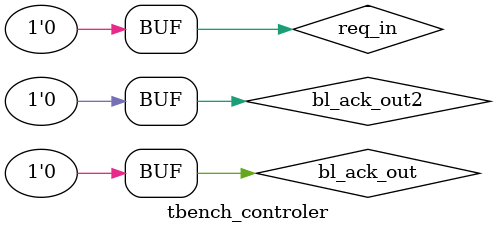
<source format=sv>
module tbench_controler;

	logic req_in, bl_ack_out, req_out, anack_in, bl_ack_out2, req_out2;

	controler con (
		.req_in_i(req_in),
		.ack_out_i(bl_ack_out),

		.req_out_o(req_out),
		.ack_in_o(anack_in)		
	);

	defparam con.DELAY = 25;

	controler con_art (
		.req_in_i(req_out),
		.ack_out_i(bl_ack_out2),

		.req_out_o(req_out2),
		.ack_in_o(bl_ack_out)		
	);

	defparam con_art.DELAY = 15;

	initial begin
		req_in = 0; bl_ack_out2 = 0; bl_ack_out = 0;
		#5 req_in = 1;

		#5 req_in = 0;
		#100 bl_ack_out2 = 1;

		#5 bl_ack_out2 = 0;
	end

endmodule

</source>
